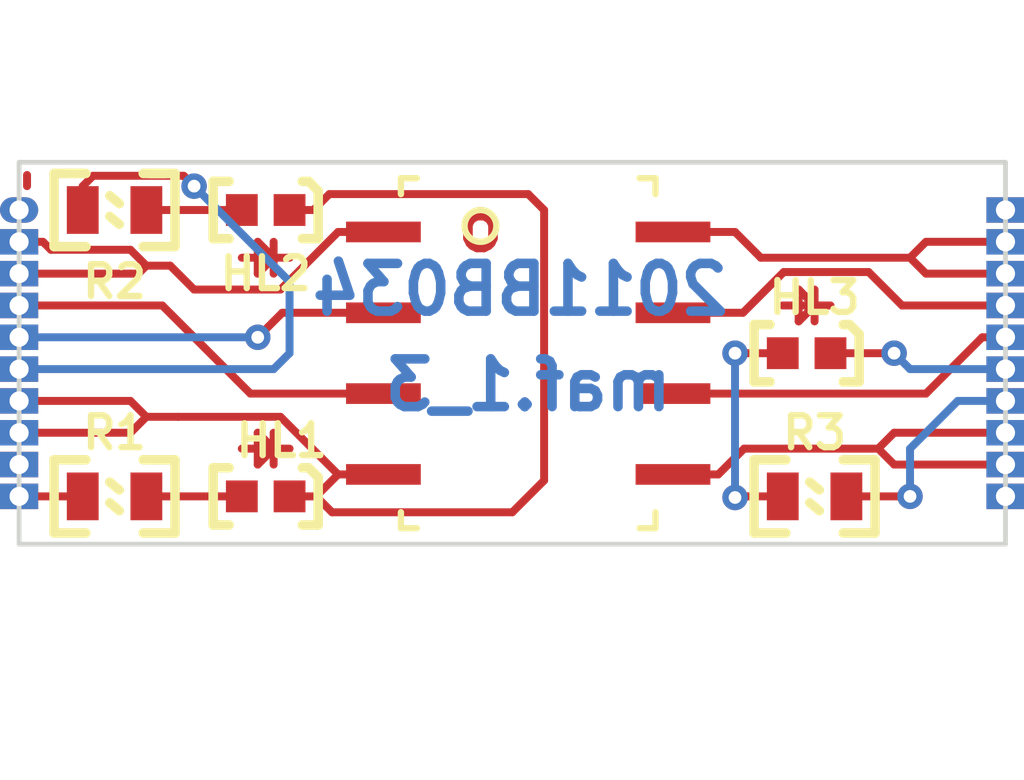
<source format=kicad_pcb>
(kicad_pcb (version 20171130) (host pcbnew "(5.0.0)")

  (general
    (thickness 1.6)
    (drawings 7)
    (tracks 106)
    (zones 0)
    (modules 8)
    (nets 20)
  )

  (page A4)
  (layers
    (0 F.Cu signal)
    (31 B.Cu signal)
    (32 B.Adhes user)
    (33 F.Adhes user)
    (34 B.Paste user)
    (35 F.Paste user)
    (36 B.SilkS user)
    (37 F.SilkS user)
    (38 B.Mask user)
    (39 F.Mask user)
    (40 Dwgs.User user)
    (41 Cmts.User user)
    (42 Eco1.User user)
    (43 Eco2.User user)
    (44 Edge.Cuts user)
    (45 Margin user)
    (46 B.CrtYd user)
    (47 F.CrtYd user)
    (48 B.Fab user)
    (49 F.Fab user)
  )

  (setup
    (last_trace_width 0.25)
    (trace_clearance 0.2)
    (zone_clearance 0.508)
    (zone_45_only no)
    (trace_min 0.2)
    (segment_width 0.2)
    (edge_width 0.15)
    (via_size 0.8)
    (via_drill 0.4)
    (via_min_size 0.4)
    (via_min_drill 0.3)
    (uvia_size 0.3)
    (uvia_drill 0.1)
    (uvias_allowed no)
    (uvia_min_size 0.2)
    (uvia_min_drill 0.1)
    (pcb_text_width 0.3)
    (pcb_text_size 1.5 1.5)
    (mod_edge_width 0.15)
    (mod_text_size 1 1)
    (mod_text_width 0.15)
    (pad_size 1.2 0.8)
    (pad_drill 0.6)
    (pad_to_mask_clearance 0.05)
    (solder_mask_min_width 0.2)
    (aux_axis_origin 0 0)
    (visible_elements 7FFFFF7F)
    (pcbplotparams
      (layerselection 0x010c0_ffffffff)
      (usegerberextensions false)
      (usegerberattributes false)
      (usegerberadvancedattributes false)
      (creategerberjobfile false)
      (excludeedgelayer true)
      (linewidth 0.200000)
      (plotframeref false)
      (viasonmask false)
      (mode 1)
      (useauxorigin false)
      (hpglpennumber 1)
      (hpglpenspeed 20)
      (hpglpendiameter 15.000000)
      (psnegative false)
      (psa4output false)
      (plotreference true)
      (plotvalue true)
      (plotinvisibletext false)
      (padsonsilk false)
      (subtractmaskfromsilk false)
      (outputformat 1)
      (mirror false)
      (drillshape 0)
      (scaleselection 1)
      (outputdirectory "maf1_3/"))
  )

  (net 0 "")
  (net 1 "Net-(A1-Pad1A)")
  (net 2 "Net-(A1-Pad2A)")
  (net 3 "Net-(A1-Pad1B)")
  (net 4 "Net-(A1-Pad5A)")
  (net 5 "Net-(A1-Pad4A)")
  (net 6 "Net-(A1-Pad7A)")
  (net 7 "Net-(A1-Pad2B)")
  (net 8 "Net-(A1-Pad6B)")
  (net 9 "Net-(A1-Pad7B)")
  (net 10 "Net-(A1-Pad8B)")
  (net 11 "Net-(A1-Pad10B)")
  (net 12 "Net-(A1-Pad5B)")
  (net 13 "Net-(A1-Pad4B)")
  (net 14 "Net-(A1-Pad10A)")
  (net 15 "Net-(A1-Pad9A)")
  (net 16 "Net-(A1-Pad6A)")
  (net 17 "Net-(HL1-Pad1)")
  (net 18 "Net-(HL2-Pad1)")
  (net 19 "Net-(HL3-Pad1)")

  (net_class Default "Это класс цепей по умолчанию."
    (clearance 0.2)
    (trace_width 0.25)
    (via_dia 0.8)
    (via_drill 0.4)
    (uvia_dia 0.3)
    (uvia_drill 0.1)
    (add_net "Net-(A1-Pad10A)")
    (add_net "Net-(A1-Pad10B)")
    (add_net "Net-(A1-Pad1A)")
    (add_net "Net-(A1-Pad1B)")
    (add_net "Net-(A1-Pad2A)")
    (add_net "Net-(A1-Pad2B)")
    (add_net "Net-(A1-Pad4A)")
    (add_net "Net-(A1-Pad4B)")
    (add_net "Net-(A1-Pad5A)")
    (add_net "Net-(A1-Pad5B)")
    (add_net "Net-(A1-Pad6A)")
    (add_net "Net-(A1-Pad6B)")
    (add_net "Net-(A1-Pad7A)")
    (add_net "Net-(A1-Pad7B)")
    (add_net "Net-(A1-Pad8B)")
    (add_net "Net-(A1-Pad9A)")
    (add_net "Net-(HL1-Pad1)")
    (add_net "Net-(HL2-Pad1)")
    (add_net "Net-(HL3-Pad1)")
  )

  (module OTSTOINIK:2011ВВ034_adapter (layer F.Cu) (tedit 5CB97F1E) (tstamp 5C8A7ABE)
    (at 176 54.5)
    (path /5C8AF1A5)
    (fp_text reference A1 (at 0 -12) (layer F.SilkS) hide
      (effects (font (size 1 1) (thickness 0.2)))
    )
    (fp_text value 2011ВВ034_adapter (at 0.5 12.5) (layer F.Fab)
      (effects (font (size 1 1) (thickness 0.2)))
    )
    (fp_line (start 15.5 11) (end -15.5 11) (layer F.CrtYd) (width 0.2))
    (fp_line (start 15.5 -11) (end 15.5 11) (layer F.CrtYd) (width 0.2))
    (fp_line (start -15.5 -11) (end 15.5 -11) (layer F.CrtYd) (width 0.2))
    (fp_line (start -15.5 11) (end -15.5 -11) (layer F.CrtYd) (width 0.2))
    (fp_text user "" (at 14.35 5.75) (layer F.SilkS)
      (effects (font (size 2 1.6) (thickness 0.3)))
    )
    (pad 10B thru_hole rect (at 15.5 -4.5) (size 1.2 0.8) (drill 0.6) (layers *.Cu *.Mask)
      (net 11 "Net-(A1-Pad10B)"))
    (pad 9B thru_hole rect (at 15.5 -3.5) (size 1.2 0.8) (drill 0.6) (layers *.Cu *.Mask)
      (net 10 "Net-(A1-Pad8B)"))
    (pad 8B thru_hole rect (at 15.5 -2.5) (size 1.2 0.8) (drill 0.6) (layers *.Cu *.Mask)
      (net 10 "Net-(A1-Pad8B)"))
    (pad 7B thru_hole rect (at 15.5 -1.5) (size 1.2 0.8) (drill 0.6) (layers *.Cu *.Mask)
      (net 9 "Net-(A1-Pad7B)"))
    (pad 6B thru_hole rect (at 15.5 -0.5) (size 1.2 0.8) (drill 0.6) (layers *.Cu *.Mask)
      (net 8 "Net-(A1-Pad6B)"))
    (pad 5B thru_hole rect (at 15.5 0.5) (size 1.2 0.8) (drill 0.6) (layers *.Cu *.Mask)
      (net 12 "Net-(A1-Pad5B)"))
    (pad 4B thru_hole rect (at 15.5 1.5) (size 1.2 0.8) (drill 0.6) (layers *.Cu *.Mask)
      (net 13 "Net-(A1-Pad4B)"))
    (pad 3B thru_hole rect (at 15.5 2.5) (size 1.2 0.8) (drill 0.6) (layers *.Cu *.Mask)
      (net 7 "Net-(A1-Pad2B)"))
    (pad 2B thru_hole rect (at 15.5 3.5) (size 1.2 0.8) (drill 0.6) (layers *.Cu *.Mask)
      (net 7 "Net-(A1-Pad2B)"))
    (pad 10A thru_hole rect (at -15.5 4.5) (size 1.2 0.8) (drill 0.6) (layers *.Cu *.Mask)
      (net 14 "Net-(A1-Pad10A)"))
    (pad 9A thru_hole rect (at -15.5 3.5) (size 1.2 0.8) (drill 0.6) (layers *.Cu *.Mask)
      (net 15 "Net-(A1-Pad9A)"))
    (pad 8A thru_hole rect (at -15.5 2.5) (size 1.2 0.8) (drill 0.6) (layers *.Cu *.Mask)
      (net 6 "Net-(A1-Pad7A)"))
    (pad 7A thru_hole rect (at -15.5 1.5) (size 1.2 0.8) (drill 0.6) (layers *.Cu *.Mask)
      (net 6 "Net-(A1-Pad7A)"))
    (pad 6A thru_hole rect (at -15.5 0.5) (size 1.2 0.8) (drill 0.6) (layers *.Cu *.Mask)
      (net 16 "Net-(A1-Pad6A)"))
    (pad 5A thru_hole rect (at -15.5 -0.5) (size 1.2 0.8) (drill 0.6) (layers *.Cu *.Mask)
      (net 4 "Net-(A1-Pad5A)"))
    (pad 4A thru_hole rect (at -15.5 -1.5) (size 1.2 0.8) (drill 0.6) (layers *.Cu *.Mask)
      (net 5 "Net-(A1-Pad4A)"))
    (pad 3A thru_hole rect (at -15.5 -2.5) (size 1.2 0.8) (drill 0.6) (layers *.Cu *.Mask)
      (net 2 "Net-(A1-Pad2A)"))
    (pad 2A thru_hole rect (at -15.5 -3.5) (size 1.2 0.8) (drill 0.6) (layers *.Cu *.Mask)
      (net 2 "Net-(A1-Pad2A)"))
    (pad 1B thru_hole rect (at 15.5 4.5) (size 1.2 0.8) (drill 0.6) (layers *.Cu *.Mask)
      (net 3 "Net-(A1-Pad1B)"))
    (pad 1A thru_hole oval (at -15.5 -4.5) (size 1.2 0.8) (drill 0.6) (layers *.Cu *.Mask)
      (net 1 "Net-(A1-Pad1A)"))
  )

  (module "OTSTOINIK:ISO1050DUB_(CAN)" (layer F.Cu) (tedit 5C8A4C37) (tstamp 5C8A4909)
    (at 176.5 54.5)
    (path /5C8AF270)
    (fp_text reference DD1 (at 0 -7) (layer F.SilkS) hide
      (effects (font (size 1 1) (thickness 0.2)))
    )
    (fp_text value "ISO1050DUB_(CAN)" (at 0 7) (layer F.Fab)
      (effects (font (size 1 1) (thickness 0.2)))
    )
    (fp_line (start 4 5) (end 4 5.5) (layer F.SilkS) (width 0.2))
    (fp_line (start 4 5.5) (end 3.5 5.5) (layer F.SilkS) (width 0.2))
    (fp_line (start -3.5 5.5) (end -4 5.5) (layer F.SilkS) (width 0.2))
    (fp_line (start -4 5.5) (end -4 5) (layer F.SilkS) (width 0.2))
    (fp_line (start 4 -5.5) (end 4 -5) (layer F.SilkS) (width 0.2))
    (fp_line (start 3.5 -5.5) (end 4 -5.5) (layer F.SilkS) (width 0.2))
    (fp_line (start -4 -5.5) (end -3.5 -5.5) (layer F.SilkS) (width 0.2))
    (fp_line (start -4 -5) (end -4 -5.5) (layer F.SilkS) (width 0.2))
    (fp_circle (center -1.5 -4) (end -1 -4) (layer F.SilkS) (width 0.2))
    (pad 8 smd rect (at 4.55 -3.81) (size 2.35 0.65) (layers F.Cu F.Paste F.Mask)
      (net 10 "Net-(A1-Pad8B)"))
    (pad 7 smd rect (at 4.55 -1.27) (size 2.35 0.65) (layers F.Cu F.Paste F.Mask)
      (net 9 "Net-(A1-Pad7B)"))
    (pad 6 smd rect (at 4.55 1.27) (size 2.35 0.65) (layers F.Cu F.Paste F.Mask)
      (net 8 "Net-(A1-Pad6B)"))
    (pad 5 smd rect (at 4.55 3.81) (size 2.35 0.65) (layers F.Cu F.Paste F.Mask)
      (net 7 "Net-(A1-Pad2B)"))
    (pad 4 smd rect (at -4.55 3.81) (size 2.35 0.65) (layers F.Cu F.Paste F.Mask)
      (net 6 "Net-(A1-Pad7A)"))
    (pad 3 smd rect (at -4.55 1.27) (size 2.35 0.65) (layers F.Cu F.Paste F.Mask)
      (net 5 "Net-(A1-Pad4A)"))
    (pad 2 smd rect (at -4.55 -1.27) (size 2.35 0.65) (layers F.Cu F.Paste F.Mask)
      (net 4 "Net-(A1-Pad5A)"))
    (pad 1 smd rect (at -4.55 -3.81) (size 2.35 0.65) (layers F.Cu F.Paste F.Mask)
      (net 2 "Net-(A1-Pad2A)"))
  )

  (module MOTOR_IMPORT_OTK:Светодиод_SMD_0603 (layer F.Cu) (tedit 5C2951B7) (tstamp 5C8A747C)
    (at 167.5 59)
    (path /5C8A6C42)
    (fp_text reference HL1 (at 1.25 -1.75) (layer F.SilkS)
      (effects (font (size 1 1) (thickness 0.2)))
    )
    (fp_text value Светодиод (at 0.1524 2.5146) (layer F.Fab)
      (effects (font (size 1 1) (thickness 0.15)))
    )
    (fp_line (start 2.1 -0.9) (end 2.4 -0.6) (layer F.SilkS) (width 0.3))
    (fp_line (start 1.9 -0.9) (end 2.1 -0.9) (layer F.SilkS) (width 0.3))
    (fp_line (start 2.4 0.9) (end 2.4 -0.6) (layer F.SilkS) (width 0.3))
    (fp_line (start 2.4 0.9) (end 1.9 0.9) (layer F.SilkS) (width 0.3))
    (fp_line (start -0.9 0.9) (end -0.4 0.9) (layer F.SilkS) (width 0.3))
    (fp_line (start -0.9 -0.9) (end -0.4 -0.9) (layer F.SilkS) (width 0.3))
    (fp_line (start -0.9 -0.9) (end -0.9 0.9) (layer F.SilkS) (width 0.3))
    (pad 2 smd rect (at 1.5 0) (size 1 1) (layers F.Cu F.Paste F.Mask)
      (net 6 "Net-(A1-Pad7A)") (clearance 0.2))
    (pad 1 smd rect (at 0 0) (size 1 1) (layers F.Cu F.Paste F.Mask)
      (net 17 "Net-(HL1-Pad1)") (clearance 0.2))
    (model ${N_3D}/LED_0603.step
      (offset (xyz 0.75 0 0))
      (scale (xyz 1 1 1))
      (rotate (xyz 0 0 0))
    )
  )

  (module MOTOR_IMPORT_OTK:Светодиод_SMD_0603 (layer F.Cu) (tedit 5C2951B7) (tstamp 5C8A7B0F)
    (at 167.5 50)
    (path /5C8A6B83)
    (fp_text reference HL2 (at 0.75 2) (layer F.SilkS)
      (effects (font (size 1 1) (thickness 0.2)))
    )
    (fp_text value Светодиод (at 0.1524 2.5146) (layer F.Fab)
      (effects (font (size 1 1) (thickness 0.15)))
    )
    (fp_line (start -0.9 -0.9) (end -0.9 0.9) (layer F.SilkS) (width 0.3))
    (fp_line (start -0.9 -0.9) (end -0.4 -0.9) (layer F.SilkS) (width 0.3))
    (fp_line (start -0.9 0.9) (end -0.4 0.9) (layer F.SilkS) (width 0.3))
    (fp_line (start 2.4 0.9) (end 1.9 0.9) (layer F.SilkS) (width 0.3))
    (fp_line (start 2.4 0.9) (end 2.4 -0.6) (layer F.SilkS) (width 0.3))
    (fp_line (start 1.9 -0.9) (end 2.1 -0.9) (layer F.SilkS) (width 0.3))
    (fp_line (start 2.1 -0.9) (end 2.4 -0.6) (layer F.SilkS) (width 0.3))
    (pad 1 smd rect (at 0 0) (size 1 1) (layers F.Cu F.Paste F.Mask)
      (net 18 "Net-(HL2-Pad1)") (clearance 0.2))
    (pad 2 smd rect (at 1.5 0) (size 1 1) (layers F.Cu F.Paste F.Mask)
      (net 6 "Net-(A1-Pad7A)") (clearance 0.2))
    (model ${N_3D}/LED_0603.step
      (offset (xyz 0.75 0 0))
      (scale (xyz 1 1 1))
      (rotate (xyz 0 0 0))
    )
  )

  (module MOTOR_IMPORT_OTK:Светодиод_SMD_0603 (layer F.Cu) (tedit 5C8A64FD) (tstamp 5C8A7496)
    (at 184.5 54.5)
    (path /5C8A828B)
    (fp_text reference HL3 (at 1 -1.75) (layer F.SilkS)
      (effects (font (size 1 1) (thickness 0.2)))
    )
    (fp_text value Светодиод (at 0.1524 2.5146) (layer F.Fab) hide
      (effects (font (size 1 1) (thickness 0.15)))
    )
    (fp_line (start -0.9 -0.9) (end -0.9 0.9) (layer F.SilkS) (width 0.3))
    (fp_line (start -0.9 -0.9) (end -0.4 -0.9) (layer F.SilkS) (width 0.3))
    (fp_line (start -0.9 0.9) (end -0.4 0.9) (layer F.SilkS) (width 0.3))
    (fp_line (start 2.4 0.9) (end 1.9 0.9) (layer F.SilkS) (width 0.3))
    (fp_line (start 2.4 0.9) (end 2.4 -0.6) (layer F.SilkS) (width 0.3))
    (fp_line (start 1.9 -0.9) (end 2.1 -0.9) (layer F.SilkS) (width 0.3))
    (fp_line (start 2.1 -0.9) (end 2.4 -0.6) (layer F.SilkS) (width 0.3))
    (pad 1 smd rect (at 0 0) (size 1 1) (layers F.Cu F.Paste F.Mask)
      (net 19 "Net-(HL3-Pad1)") (clearance 0.2))
    (pad 2 smd rect (at 1.5 0) (size 1 1) (layers F.Cu F.Paste F.Mask)
      (net 12 "Net-(A1-Pad5B)") (clearance 0.2))
    (model ${N_3D}/LED_0603.step
      (offset (xyz 0.75 0 0))
      (scale (xyz 1 1 1))
      (rotate (xyz 0 0 0))
    )
  )

  (module MOTOR_RLC:Резистор_SMD_0805_0,125Вт (layer F.Cu) (tedit 5C8A6486) (tstamp 5C8A7693)
    (at 164.5 59 180)
    (path /5C8AC1D7)
    (fp_text reference R1 (at 1 2 180) (layer F.SilkS)
      (effects (font (size 1 1) (thickness 0.2)))
    )
    (fp_text value Резистор_0,125Вт (at 1.29 2.09 180) (layer F.Fab) hide
      (effects (font (size 1 1) (thickness 0.2)))
    )
    (fp_line (start -0.6 1.15) (end -0.1 1.15) (layer F.SilkS) (width 0.3))
    (fp_line (start 2.5 1.15) (end 2 1.15) (layer F.SilkS) (width 0.3))
    (fp_line (start -0.9 -1.15) (end 0.1 -1.15) (layer F.SilkS) (width 0.3))
    (fp_line (start 2.9 -1.15) (end 1.9 -1.15) (layer F.SilkS) (width 0.3))
    (fp_line (start 2.9 1.15) (end 1.9 1.15) (layer F.SilkS) (width 0.3))
    (fp_line (start -0.9 1.15) (end 0.1 1.15) (layer F.SilkS) (width 0.3))
    (fp_line (start 2.9 -1.15) (end 2.9 1.15) (layer F.SilkS) (width 0.3))
    (fp_line (start -0.9 1.15) (end -0.9 -1.15) (layer F.SilkS) (width 0.3))
    (fp_line (start 0.85 -0.45) (end 1.15 -0.2) (layer F.SilkS) (width 0.3))
    (fp_line (start 0.85 0.2) (end 1.15 0.45) (layer F.SilkS) (width 0.3))
    (pad 2 smd rect (at 2 0 180) (size 1 1.5) (layers F.Cu F.Paste F.Mask)
      (net 14 "Net-(A1-Pad10A)") (clearance 0.2))
    (pad 1 smd rect (at 0 0 180) (size 1 1.5) (layers F.Cu F.Paste F.Mask)
      (net 17 "Net-(HL1-Pad1)") (clearance 0.2))
    (model ${MOTOR_3D}/Res_0805.stp
      (offset (xyz 0.05 0.61 0))
      (scale (xyz 1 1 1))
      (rotate (xyz 0 0 90))
    )
  )

  (module MOTOR_RLC:Резистор_SMD_0805_0,125Вт (layer F.Cu) (tedit 5C8A648C) (tstamp 5C8A74B6)
    (at 164.5 50 180)
    (path /5C8AC0C2)
    (fp_text reference R2 (at 1 -2.25 180) (layer F.SilkS)
      (effects (font (size 1 1) (thickness 0.2)))
    )
    (fp_text value Резистор_0,125Вт (at 1.29 2.09 180) (layer F.Fab) hide
      (effects (font (size 2 1.6) (thickness 0.3)))
    )
    (fp_line (start 0.85 0.2) (end 1.15 0.45) (layer F.SilkS) (width 0.3))
    (fp_line (start 0.85 -0.45) (end 1.15 -0.2) (layer F.SilkS) (width 0.3))
    (fp_line (start -0.9 1.15) (end -0.9 -1.15) (layer F.SilkS) (width 0.3))
    (fp_line (start 2.9 -1.15) (end 2.9 1.15) (layer F.SilkS) (width 0.3))
    (fp_line (start -0.9 1.15) (end 0.1 1.15) (layer F.SilkS) (width 0.3))
    (fp_line (start 2.9 1.15) (end 1.9 1.15) (layer F.SilkS) (width 0.3))
    (fp_line (start 2.9 -1.15) (end 1.9 -1.15) (layer F.SilkS) (width 0.3))
    (fp_line (start -0.9 -1.15) (end 0.1 -1.15) (layer F.SilkS) (width 0.3))
    (fp_line (start 2.5 1.15) (end 2 1.15) (layer F.SilkS) (width 0.3))
    (fp_line (start -0.6 1.15) (end -0.1 1.15) (layer F.SilkS) (width 0.3))
    (pad 1 smd rect (at 0 0 180) (size 1 1.5) (layers F.Cu F.Paste F.Mask)
      (net 18 "Net-(HL2-Pad1)") (clearance 0.2))
    (pad 2 smd rect (at 2 0 180) (size 1 1.5) (layers F.Cu F.Paste F.Mask)
      (net 16 "Net-(A1-Pad6A)") (clearance 0.2))
    (model ${MOTOR_3D}/Res_0805.stp
      (offset (xyz 0.05 0.61 0))
      (scale (xyz 1 1 1))
      (rotate (xyz 0 0 90))
    )
  )

  (module MOTOR_RLC:Резистор_SMD_0805_0,125Вт (layer F.Cu) (tedit 5C8A6491) (tstamp 5C8A74C6)
    (at 186.5 59 180)
    (path /5C8AB46F)
    (fp_text reference R3 (at 1 2 180) (layer F.SilkS)
      (effects (font (size 1 1) (thickness 0.2)))
    )
    (fp_text value Резистор_0,125Вт (at 1.29 2.09 180) (layer F.Fab) hide
      (effects (font (size 2 1.6) (thickness 0.3)))
    )
    (fp_line (start -0.6 1.15) (end -0.1 1.15) (layer F.SilkS) (width 0.3))
    (fp_line (start 2.5 1.15) (end 2 1.15) (layer F.SilkS) (width 0.3))
    (fp_line (start -0.9 -1.15) (end 0.1 -1.15) (layer F.SilkS) (width 0.3))
    (fp_line (start 2.9 -1.15) (end 1.9 -1.15) (layer F.SilkS) (width 0.3))
    (fp_line (start 2.9 1.15) (end 1.9 1.15) (layer F.SilkS) (width 0.3))
    (fp_line (start -0.9 1.15) (end 0.1 1.15) (layer F.SilkS) (width 0.3))
    (fp_line (start 2.9 -1.15) (end 2.9 1.15) (layer F.SilkS) (width 0.3))
    (fp_line (start -0.9 1.15) (end -0.9 -1.15) (layer F.SilkS) (width 0.3))
    (fp_line (start 0.85 -0.45) (end 1.15 -0.2) (layer F.SilkS) (width 0.3))
    (fp_line (start 0.85 0.2) (end 1.15 0.45) (layer F.SilkS) (width 0.3))
    (pad 2 smd rect (at 2 0 180) (size 1 1.5) (layers F.Cu F.Paste F.Mask)
      (net 19 "Net-(HL3-Pad1)") (clearance 0.2))
    (pad 1 smd rect (at 0 0 180) (size 1 1.5) (layers F.Cu F.Paste F.Mask)
      (net 13 "Net-(A1-Pad4B)") (clearance 0.2))
    (model ${MOTOR_3D}/Res_0805.stp
      (offset (xyz 0.05 0.61 0))
      (scale (xyz 1 1 1))
      (rotate (xyz 0 0 90))
    )
  )

  (gr_text o (at 175 50.5) (layer F.Cu)
    (effects (font (size 1.5 1.5) (thickness 0.3)))
  )
  (gr_text maf.1_3 (at 176.5 55.5) (layer B.Cu)
    (effects (font (size 1.5 1.5) (thickness 0.3)) (justify mirror))
  )
  (gr_text 2011ВВ034 (at 176.25 52.5) (layer B.Cu)
    (effects (font (size 1.5 1.5) (thickness 0.3)) (justify mirror))
  )
  (gr_line (start 160.5 48.5) (end 191.5 48.5) (layer Edge.Cuts) (width 0.15))
  (gr_line (start 160.5 60.5) (end 160.5 48.5) (layer Edge.Cuts) (width 0.15))
  (gr_line (start 191.5 60.5) (end 160.5 60.5) (layer Edge.Cuts) (width 0.15))
  (gr_line (start 191.5 48.5) (end 191.5 60.5) (layer Edge.Cuts) (width 0.15))

  (segment (start 168.499999 57.5) (end 168 57.999999) (width 0.25) (layer F.Cu) (net 0) (tstamp 5C8B4CA3))
  (segment (start 168 57.999999) (end 168 57.000001) (width 0.25) (layer F.Cu) (net 0) (tstamp 5C8B4CA4))
  (segment (start 168 57.000001) (end 168.499999 57.5) (width 0.25) (layer F.Cu) (net 0) (tstamp 5C8B4CA5))
  (segment (start 168.499999 57.5) (end 169 57.5) (width 0.25) (layer F.Cu) (net 0) (tstamp 5C8B4CA6))
  (segment (start 167.500001 57.5) (end 168.499999 57.5) (width 0.25) (layer F.Cu) (net 0) (tstamp 5C8B4CA7))
  (segment (start 185 52.500001) (end 185.499999 53) (width 0.25) (layer F.Cu) (net 0) (tstamp 5C8B4D3B))
  (segment (start 185 53.499999) (end 185 52.500001) (width 0.25) (layer F.Cu) (net 0) (tstamp 5C8B4D3C))
  (segment (start 185.499999 53) (end 185 53.499999) (width 0.25) (layer F.Cu) (net 0) (tstamp 5C8B4D3D))
  (segment (start 185.499999 53) (end 186 53) (width 0.25) (layer F.Cu) (net 0) (tstamp 5C8B4D3E))
  (segment (start 184.500001 53) (end 185.499999 53) (width 0.25) (layer F.Cu) (net 0) (tstamp 5C8B4D3F))
  (segment (start 160.75 49.25) (end 160.75 48.90001) (width 0.25) (layer F.Cu) (net 0))
  (segment (start 168.5 57) (end 168.5 58) (width 0.25) (layer F.Cu) (net 0))
  (segment (start 185.5 52.5) (end 185.5 53.5) (width 0.25) (layer F.Cu) (net 0) (tstamp 5CB9832E))
  (segment (start 167.500001 51.5) (end 168.499999 51.5) (width 0.25) (layer F.Cu) (net 0) (tstamp 5CB983EE))
  (segment (start 168.499999 51.5) (end 168 51.999999) (width 0.25) (layer F.Cu) (net 0) (tstamp 5CB983EF))
  (segment (start 168 51.999999) (end 168 51.000001) (width 0.25) (layer F.Cu) (net 0) (tstamp 5CB983F0))
  (segment (start 168 51.000001) (end 168.499999 51.5) (width 0.25) (layer F.Cu) (net 0) (tstamp 5CB983F1))
  (segment (start 168.499999 51.5) (end 169 51.5) (width 0.25) (layer F.Cu) (net 0) (tstamp 5CB983F2))
  (segment (start 168.5 51) (end 168.5 52) (width 0.25) (layer F.Cu) (net 0) (tstamp 5CB983F3))
  (segment (start 161.25 51) (end 160.5 51) (width 0.25) (layer F.Cu) (net 2))
  (segment (start 161.5 51.25) (end 161.25 51) (width 0.25) (layer F.Cu) (net 2))
  (segment (start 170.525 50.69) (end 171.95 50.69) (width 0.25) (layer F.Cu) (net 2))
  (segment (start 168.715 52.5) (end 170.525 50.69) (width 0.25) (layer F.Cu) (net 2))
  (segment (start 165.25 51.75) (end 166 52.5) (width 0.25) (layer F.Cu) (net 2))
  (segment (start 166 52.5) (end 168.715 52.5) (width 0.25) (layer F.Cu) (net 2))
  (segment (start 164 52) (end 164.25 52) (width 0.25) (layer F.Cu) (net 2))
  (segment (start 160.5 52) (end 164 52) (width 0.25) (layer F.Cu) (net 2))
  (segment (start 164.25 52) (end 164.5 51.75) (width 0.25) (layer F.Cu) (net 2))
  (segment (start 164.5 51.75) (end 164 51.25) (width 0.25) (layer F.Cu) (net 2))
  (segment (start 164 51.25) (end 161.5 51.25) (width 0.25) (layer F.Cu) (net 2))
  (segment (start 164.5 51.75) (end 165.25 51.75) (width 0.25) (layer F.Cu) (net 2))
  (via (at 168 54) (size 0.8) (drill 0.4) (layers F.Cu B.Cu) (net 4))
  (segment (start 171.95 53.23) (end 168.77 53.23) (width 0.25) (layer F.Cu) (net 4))
  (segment (start 168.77 53.23) (end 168 54) (width 0.25) (layer F.Cu) (net 4))
  (segment (start 168 54) (end 160.5 54) (width 0.25) (layer B.Cu) (net 4))
  (segment (start 160.5 53) (end 165 53) (width 0.25) (layer F.Cu) (net 5))
  (segment (start 167.77 55.77) (end 171.95 55.77) (width 0.25) (layer F.Cu) (net 5))
  (segment (start 165 53) (end 167.77 55.77) (width 0.25) (layer F.Cu) (net 5))
  (segment (start 160.5 56) (end 164 56) (width 0.25) (layer F.Cu) (net 6))
  (segment (start 164 57) (end 164.5 56.5) (width 0.25) (layer F.Cu) (net 6))
  (segment (start 160.5 57) (end 164 57) (width 0.25) (layer F.Cu) (net 6))
  (segment (start 164 56) (end 164.5 56.5) (width 0.25) (layer F.Cu) (net 6))
  (segment (start 164.5 56.5) (end 165.5 56.5) (width 0.25) (layer F.Cu) (net 6))
  (segment (start 168.715 56.5) (end 165.5 56.5) (width 0.25) (layer F.Cu) (net 6))
  (segment (start 170.525 58.31) (end 168.715 56.5) (width 0.25) (layer F.Cu) (net 6))
  (segment (start 171.95 58.31) (end 170.525 58.31) (width 0.25) (layer F.Cu) (net 6))
  (segment (start 169.835 59) (end 170.525 58.31) (width 0.25) (layer F.Cu) (net 6))
  (segment (start 169 59) (end 169.835 59) (width 0.25) (layer F.Cu) (net 6))
  (segment (start 169.75 50) (end 170.25 49.5) (width 0.25) (layer F.Cu) (net 6))
  (segment (start 169 50) (end 169.75 50) (width 0.25) (layer F.Cu) (net 6))
  (segment (start 170.25 49.5) (end 176.5 49.5) (width 0.25) (layer F.Cu) (net 6))
  (segment (start 176.5 49.5) (end 177 50) (width 0.25) (layer F.Cu) (net 6))
  (segment (start 177 50) (end 177 58.5) (width 0.25) (layer F.Cu) (net 6))
  (segment (start 177 58.5) (end 176 59.5) (width 0.25) (layer F.Cu) (net 6))
  (segment (start 170.335 59.5) (end 169.835 59) (width 0.25) (layer F.Cu) (net 6))
  (segment (start 176 59.5) (end 170.335 59.5) (width 0.25) (layer F.Cu) (net 6))
  (segment (start 191.5 57) (end 188 57) (width 0.25) (layer F.Cu) (net 7))
  (segment (start 188 58) (end 187.5 57.5) (width 0.25) (layer F.Cu) (net 7))
  (segment (start 191.5 58) (end 188 58) (width 0.25) (layer F.Cu) (net 7))
  (segment (start 188 57) (end 187.5 57.5) (width 0.25) (layer F.Cu) (net 7))
  (segment (start 183.285 57.5) (end 186 57.5) (width 0.25) (layer F.Cu) (net 7))
  (segment (start 182.475 58.31) (end 183.285 57.5) (width 0.25) (layer F.Cu) (net 7))
  (segment (start 181.05 58.31) (end 182.475 58.31) (width 0.25) (layer F.Cu) (net 7))
  (segment (start 187.5 57.5) (end 186 57.5) (width 0.25) (layer F.Cu) (net 7))
  (segment (start 190.77 54) (end 189 55.77) (width 0.25) (layer F.Cu) (net 8))
  (segment (start 191.5 54) (end 190.77 54) (width 0.25) (layer F.Cu) (net 8))
  (segment (start 181.05 55.77) (end 189 55.77) (width 0.25) (layer F.Cu) (net 8))
  (segment (start 191.5 53) (end 188.25 53) (width 0.25) (layer F.Cu) (net 9))
  (segment (start 188.25 53) (end 187.20001 51.95001) (width 0.25) (layer F.Cu) (net 9))
  (segment (start 184.52999 51.95001) (end 183.25 53.23) (width 0.25) (layer F.Cu) (net 9))
  (segment (start 187.20001 51.95001) (end 184.52999 51.95001) (width 0.25) (layer F.Cu) (net 9))
  (segment (start 181.05 53.23) (end 183.25 53.23) (width 0.25) (layer F.Cu) (net 9))
  (segment (start 191.5 52) (end 189 52) (width 0.25) (layer F.Cu) (net 10))
  (segment (start 189 51) (end 188.5 51.5) (width 0.25) (layer F.Cu) (net 10))
  (segment (start 191.5 51) (end 189 51) (width 0.25) (layer F.Cu) (net 10))
  (segment (start 189 52) (end 188.5 51.5) (width 0.25) (layer F.Cu) (net 10))
  (segment (start 183.81 51.5) (end 183 50.69) (width 0.25) (layer F.Cu) (net 10))
  (segment (start 188.5 51.5) (end 183.81 51.5) (width 0.25) (layer F.Cu) (net 10))
  (segment (start 183 50.69) (end 181.05 50.69) (width 0.25) (layer F.Cu) (net 10))
  (via (at 188 54.5) (size 0.8) (drill 0.4) (layers F.Cu B.Cu) (net 12))
  (segment (start 191.5 55) (end 188.5 55) (width 0.25) (layer B.Cu) (net 12))
  (segment (start 188.5 55) (end 188 54.5) (width 0.25) (layer B.Cu) (net 12))
  (segment (start 188 54.5) (end 186 54.5) (width 0.25) (layer F.Cu) (net 12))
  (segment (start 191.5 56) (end 190 56) (width 0.25) (layer B.Cu) (net 13))
  (via (at 188.5 59) (size 0.8) (drill 0.4) (layers F.Cu B.Cu) (net 13))
  (segment (start 190 56) (end 188.5 57.5) (width 0.25) (layer B.Cu) (net 13))
  (segment (start 188.5 57.5) (end 188.5 59) (width 0.25) (layer B.Cu) (net 13))
  (segment (start 188.5 59) (end 186.5 59) (width 0.25) (layer F.Cu) (net 13))
  (segment (start 162.5 59) (end 160.5 59) (width 0.25) (layer F.Cu) (net 14))
  (via (at 166 49.25) (size 0.8) (drill 0.4) (layers F.Cu B.Cu) (net 16))
  (segment (start 165.674999 48.924999) (end 166 49.25) (width 0.25) (layer F.Cu) (net 16))
  (segment (start 162.825001 48.924999) (end 165.674999 48.924999) (width 0.25) (layer F.Cu) (net 16))
  (segment (start 162.5 49.25) (end 162.825001 48.924999) (width 0.25) (layer F.Cu) (net 16))
  (segment (start 162.5 50) (end 162.5 49.25) (width 0.25) (layer F.Cu) (net 16))
  (segment (start 169 52.25) (end 166 49.25) (width 0.25) (layer B.Cu) (net 16))
  (segment (start 169 54.5) (end 169 52.25) (width 0.25) (layer B.Cu) (net 16))
  (segment (start 168.5 55) (end 169 54.5) (width 0.25) (layer B.Cu) (net 16))
  (segment (start 160.5 55) (end 168.5 55) (width 0.25) (layer B.Cu) (net 16))
  (segment (start 164.5 59) (end 167.5 59) (width 0.25) (layer F.Cu) (net 17))
  (segment (start 164.5 50) (end 167.5 50) (width 0.25) (layer F.Cu) (net 18))
  (via (at 183 59.035) (size 0.8) (drill 0.4) (layers F.Cu B.Cu) (net 19))
  (segment (start 184.5 59) (end 183.035 59) (width 0.25) (layer F.Cu) (net 19))
  (segment (start 183.035 59) (end 183 59.035) (width 0.25) (layer F.Cu) (net 19))
  (via (at 183 54.5) (size 0.8) (drill 0.4) (layers F.Cu B.Cu) (net 19))
  (segment (start 183 59.035) (end 183 54.5) (width 0.25) (layer B.Cu) (net 19))
  (segment (start 183 54.5) (end 184.5 54.5) (width 0.25) (layer F.Cu) (net 19))

)

</source>
